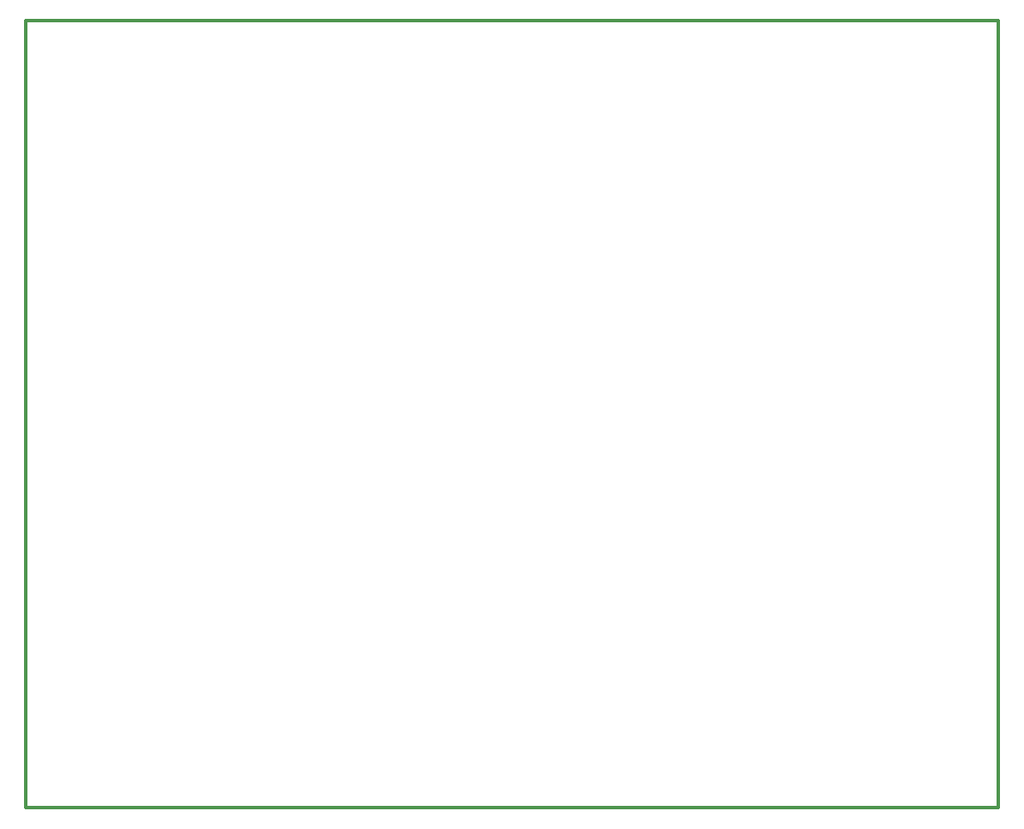
<source format=gko>
G04*
G04 #@! TF.GenerationSoftware,Altium Limited,Altium Designer,19.1.6 (110)*
G04*
G04 Layer_Color=16711935*
%FSLAX23Y23*%
%MOIN*%
G70*
G01*
G75*
%ADD12C,0.012*%
D12*
X0Y0D02*
X3780D01*
X3780Y3060D02*
X3780Y0D01*
X-0Y3060D02*
X3780D01*
X-0D02*
X0Y0D01*
M02*

</source>
